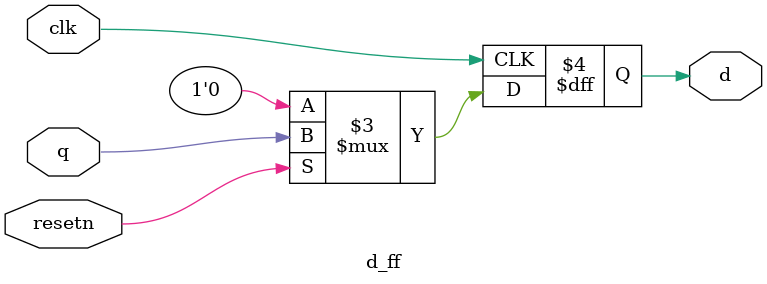
<source format=v>


module top_module (
    input clk,
    input resetn,   // synchronous reset
    input in,
    output   out);
    wire [3:0] d;
    d_ff k1(.clk(clk),.resetn(resetn),.q(in),.d(d[0]));
    d_ff k2(.clk(clk),.resetn(resetn),.q(d[0]),.d(d[1]));
    d_ff k3(.clk(clk),.resetn(resetn),.q(d[1]),.d(d[2]));
    d_ff k4(.clk(clk),.resetn(resetn),.q(d[2]),.d(out));   

endmodule


module d_ff(q,clk,d,resetn);
    
    input q,clk,resetn;
    output reg  d;
    always@(posedge clk)
        begin
        d<= !resetn ? 1'b0:q;
        end 
endmodule
// this can also be implemented without making any modules
// but I like the structural approach

       
    


</source>
